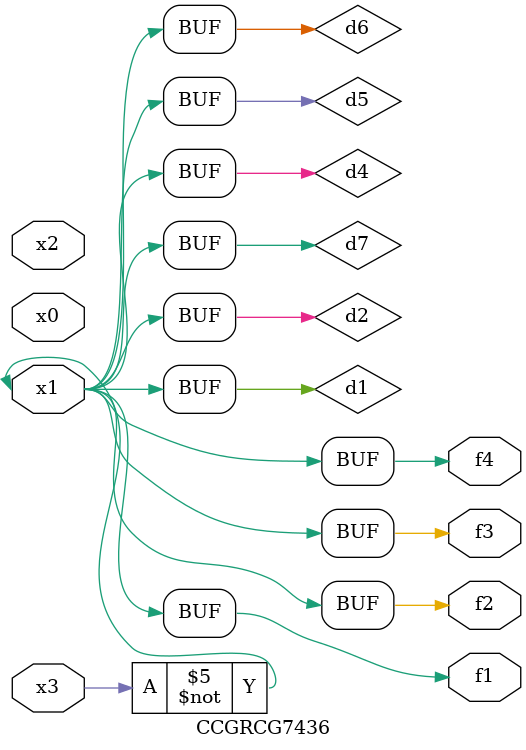
<source format=v>
module CCGRCG7436(
	input x0, x1, x2, x3,
	output f1, f2, f3, f4
);

	wire d1, d2, d3, d4, d5, d6, d7;

	not (d1, x3);
	buf (d2, x1);
	xnor (d3, d1, d2);
	nor (d4, d1);
	buf (d5, d1, d2);
	buf (d6, d4, d5);
	nand (d7, d4);
	assign f1 = d6;
	assign f2 = d7;
	assign f3 = d6;
	assign f4 = d6;
endmodule

</source>
